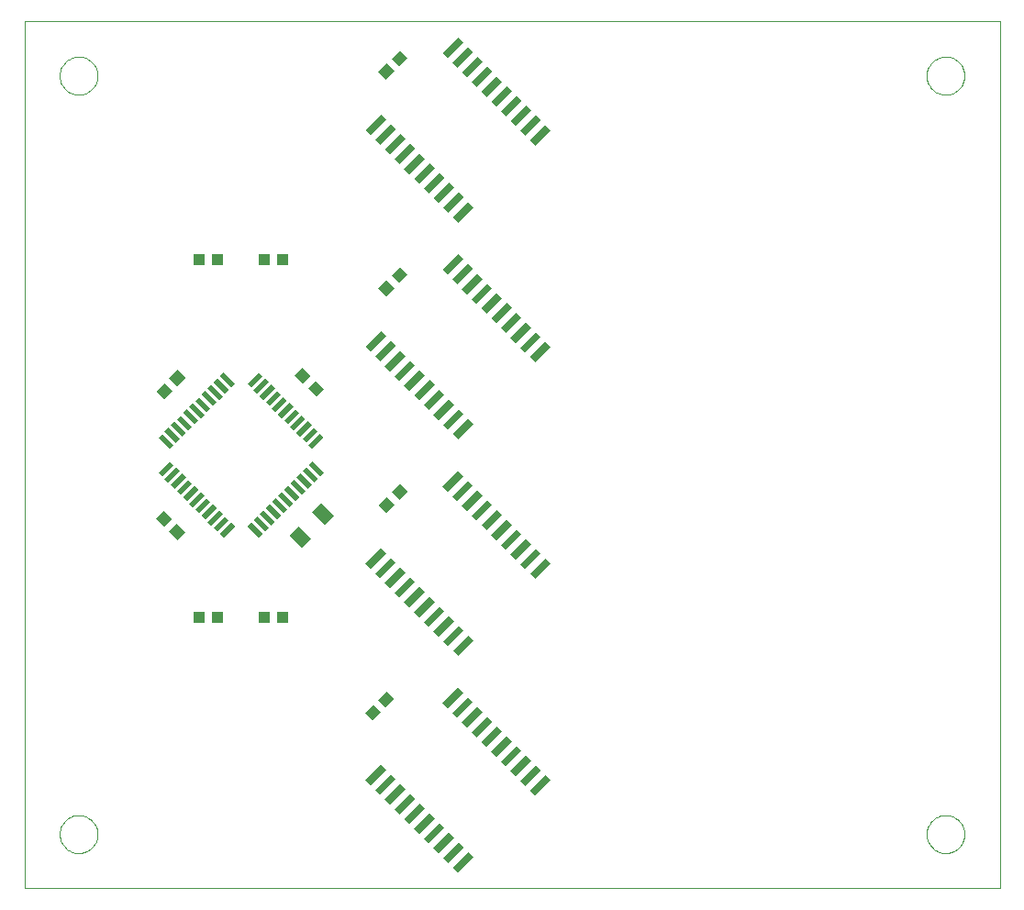
<source format=gtp>
G75*
G70*
%OFA0B0*%
%FSLAX24Y24*%
%IPPOS*%
%LPD*%
%AMOC8*
5,1,8,0,0,1.08239X$1,22.5*
%
%ADD10C,0.0000*%
%ADD11R,0.0394X0.0433*%
%ADD12R,0.0433X0.0394*%
%ADD13R,0.0472X0.0630*%
%ADD14R,0.0260X0.0800*%
%ADD15R,0.0591X0.0197*%
%ADD16R,0.0197X0.0591*%
D10*
X002542Y004117D02*
X002542Y035613D01*
X037975Y035613D01*
X037975Y004117D01*
X002542Y004117D01*
X003822Y006086D02*
X003824Y006138D01*
X003830Y006190D01*
X003840Y006241D01*
X003853Y006291D01*
X003871Y006341D01*
X003892Y006388D01*
X003916Y006434D01*
X003945Y006478D01*
X003976Y006520D01*
X004010Y006559D01*
X004047Y006596D01*
X004087Y006629D01*
X004130Y006660D01*
X004174Y006687D01*
X004220Y006711D01*
X004269Y006731D01*
X004318Y006747D01*
X004369Y006760D01*
X004420Y006769D01*
X004472Y006774D01*
X004524Y006775D01*
X004576Y006772D01*
X004628Y006765D01*
X004679Y006754D01*
X004729Y006740D01*
X004778Y006721D01*
X004825Y006699D01*
X004870Y006674D01*
X004914Y006645D01*
X004955Y006613D01*
X004994Y006578D01*
X005029Y006540D01*
X005062Y006499D01*
X005092Y006457D01*
X005118Y006412D01*
X005141Y006365D01*
X005160Y006316D01*
X005176Y006266D01*
X005188Y006216D01*
X005196Y006164D01*
X005200Y006112D01*
X005200Y006060D01*
X005196Y006008D01*
X005188Y005956D01*
X005176Y005906D01*
X005160Y005856D01*
X005141Y005807D01*
X005118Y005760D01*
X005092Y005715D01*
X005062Y005673D01*
X005029Y005632D01*
X004994Y005594D01*
X004955Y005559D01*
X004914Y005527D01*
X004870Y005498D01*
X004825Y005473D01*
X004778Y005451D01*
X004729Y005432D01*
X004679Y005418D01*
X004628Y005407D01*
X004576Y005400D01*
X004524Y005397D01*
X004472Y005398D01*
X004420Y005403D01*
X004369Y005412D01*
X004318Y005425D01*
X004269Y005441D01*
X004220Y005461D01*
X004174Y005485D01*
X004130Y005512D01*
X004087Y005543D01*
X004047Y005576D01*
X004010Y005613D01*
X003976Y005652D01*
X003945Y005694D01*
X003916Y005738D01*
X003892Y005784D01*
X003871Y005831D01*
X003853Y005881D01*
X003840Y005931D01*
X003830Y005982D01*
X003824Y006034D01*
X003822Y006086D01*
X003822Y033645D02*
X003824Y033697D01*
X003830Y033749D01*
X003840Y033800D01*
X003853Y033850D01*
X003871Y033900D01*
X003892Y033947D01*
X003916Y033993D01*
X003945Y034037D01*
X003976Y034079D01*
X004010Y034118D01*
X004047Y034155D01*
X004087Y034188D01*
X004130Y034219D01*
X004174Y034246D01*
X004220Y034270D01*
X004269Y034290D01*
X004318Y034306D01*
X004369Y034319D01*
X004420Y034328D01*
X004472Y034333D01*
X004524Y034334D01*
X004576Y034331D01*
X004628Y034324D01*
X004679Y034313D01*
X004729Y034299D01*
X004778Y034280D01*
X004825Y034258D01*
X004870Y034233D01*
X004914Y034204D01*
X004955Y034172D01*
X004994Y034137D01*
X005029Y034099D01*
X005062Y034058D01*
X005092Y034016D01*
X005118Y033971D01*
X005141Y033924D01*
X005160Y033875D01*
X005176Y033825D01*
X005188Y033775D01*
X005196Y033723D01*
X005200Y033671D01*
X005200Y033619D01*
X005196Y033567D01*
X005188Y033515D01*
X005176Y033465D01*
X005160Y033415D01*
X005141Y033366D01*
X005118Y033319D01*
X005092Y033274D01*
X005062Y033232D01*
X005029Y033191D01*
X004994Y033153D01*
X004955Y033118D01*
X004914Y033086D01*
X004870Y033057D01*
X004825Y033032D01*
X004778Y033010D01*
X004729Y032991D01*
X004679Y032977D01*
X004628Y032966D01*
X004576Y032959D01*
X004524Y032956D01*
X004472Y032957D01*
X004420Y032962D01*
X004369Y032971D01*
X004318Y032984D01*
X004269Y033000D01*
X004220Y033020D01*
X004174Y033044D01*
X004130Y033071D01*
X004087Y033102D01*
X004047Y033135D01*
X004010Y033172D01*
X003976Y033211D01*
X003945Y033253D01*
X003916Y033297D01*
X003892Y033343D01*
X003871Y033390D01*
X003853Y033440D01*
X003840Y033490D01*
X003830Y033541D01*
X003824Y033593D01*
X003822Y033645D01*
X035318Y033645D02*
X035320Y033697D01*
X035326Y033749D01*
X035336Y033800D01*
X035349Y033850D01*
X035367Y033900D01*
X035388Y033947D01*
X035412Y033993D01*
X035441Y034037D01*
X035472Y034079D01*
X035506Y034118D01*
X035543Y034155D01*
X035583Y034188D01*
X035626Y034219D01*
X035670Y034246D01*
X035716Y034270D01*
X035765Y034290D01*
X035814Y034306D01*
X035865Y034319D01*
X035916Y034328D01*
X035968Y034333D01*
X036020Y034334D01*
X036072Y034331D01*
X036124Y034324D01*
X036175Y034313D01*
X036225Y034299D01*
X036274Y034280D01*
X036321Y034258D01*
X036366Y034233D01*
X036410Y034204D01*
X036451Y034172D01*
X036490Y034137D01*
X036525Y034099D01*
X036558Y034058D01*
X036588Y034016D01*
X036614Y033971D01*
X036637Y033924D01*
X036656Y033875D01*
X036672Y033825D01*
X036684Y033775D01*
X036692Y033723D01*
X036696Y033671D01*
X036696Y033619D01*
X036692Y033567D01*
X036684Y033515D01*
X036672Y033465D01*
X036656Y033415D01*
X036637Y033366D01*
X036614Y033319D01*
X036588Y033274D01*
X036558Y033232D01*
X036525Y033191D01*
X036490Y033153D01*
X036451Y033118D01*
X036410Y033086D01*
X036366Y033057D01*
X036321Y033032D01*
X036274Y033010D01*
X036225Y032991D01*
X036175Y032977D01*
X036124Y032966D01*
X036072Y032959D01*
X036020Y032956D01*
X035968Y032957D01*
X035916Y032962D01*
X035865Y032971D01*
X035814Y032984D01*
X035765Y033000D01*
X035716Y033020D01*
X035670Y033044D01*
X035626Y033071D01*
X035583Y033102D01*
X035543Y033135D01*
X035506Y033172D01*
X035472Y033211D01*
X035441Y033253D01*
X035412Y033297D01*
X035388Y033343D01*
X035367Y033390D01*
X035349Y033440D01*
X035336Y033490D01*
X035326Y033541D01*
X035320Y033593D01*
X035318Y033645D01*
X035318Y006086D02*
X035320Y006138D01*
X035326Y006190D01*
X035336Y006241D01*
X035349Y006291D01*
X035367Y006341D01*
X035388Y006388D01*
X035412Y006434D01*
X035441Y006478D01*
X035472Y006520D01*
X035506Y006559D01*
X035543Y006596D01*
X035583Y006629D01*
X035626Y006660D01*
X035670Y006687D01*
X035716Y006711D01*
X035765Y006731D01*
X035814Y006747D01*
X035865Y006760D01*
X035916Y006769D01*
X035968Y006774D01*
X036020Y006775D01*
X036072Y006772D01*
X036124Y006765D01*
X036175Y006754D01*
X036225Y006740D01*
X036274Y006721D01*
X036321Y006699D01*
X036366Y006674D01*
X036410Y006645D01*
X036451Y006613D01*
X036490Y006578D01*
X036525Y006540D01*
X036558Y006499D01*
X036588Y006457D01*
X036614Y006412D01*
X036637Y006365D01*
X036656Y006316D01*
X036672Y006266D01*
X036684Y006216D01*
X036692Y006164D01*
X036696Y006112D01*
X036696Y006060D01*
X036692Y006008D01*
X036684Y005956D01*
X036672Y005906D01*
X036656Y005856D01*
X036637Y005807D01*
X036614Y005760D01*
X036588Y005715D01*
X036558Y005673D01*
X036525Y005632D01*
X036490Y005594D01*
X036451Y005559D01*
X036410Y005527D01*
X036366Y005498D01*
X036321Y005473D01*
X036274Y005451D01*
X036225Y005432D01*
X036175Y005418D01*
X036124Y005407D01*
X036072Y005400D01*
X036020Y005397D01*
X035968Y005398D01*
X035916Y005403D01*
X035865Y005412D01*
X035814Y005425D01*
X035765Y005441D01*
X035716Y005461D01*
X035670Y005485D01*
X035626Y005512D01*
X035583Y005543D01*
X035543Y005576D01*
X035506Y005613D01*
X035472Y005652D01*
X035441Y005694D01*
X035412Y005738D01*
X035388Y005784D01*
X035367Y005831D01*
X035349Y005881D01*
X035336Y005931D01*
X035326Y005982D01*
X035320Y006034D01*
X035318Y006086D01*
D11*
X011932Y013960D03*
X011263Y013960D03*
X009570Y013960D03*
X008900Y013960D03*
D12*
G36*
X008107Y016777D02*
X007802Y017082D01*
X008081Y017361D01*
X008386Y017056D01*
X008107Y016777D01*
G37*
G36*
X007634Y017251D02*
X007329Y017556D01*
X007608Y017835D01*
X007913Y017530D01*
X007634Y017251D01*
G37*
G36*
X007329Y022174D02*
X007634Y022479D01*
X007913Y022200D01*
X007608Y021895D01*
X007329Y022174D01*
G37*
G36*
X007802Y022648D02*
X008107Y022953D01*
X008386Y022674D01*
X008081Y022369D01*
X007802Y022648D01*
G37*
G36*
X012646Y023033D02*
X012951Y022728D01*
X012672Y022449D01*
X012367Y022754D01*
X012646Y023033D01*
G37*
G36*
X013119Y022559D02*
X013424Y022254D01*
X013145Y021975D01*
X012840Y022280D01*
X013119Y022559D01*
G37*
G36*
X015983Y025941D02*
X015678Y025636D01*
X015399Y025915D01*
X015704Y026220D01*
X015983Y025941D01*
G37*
G36*
X016457Y026414D02*
X016152Y026109D01*
X015873Y026388D01*
X016178Y026693D01*
X016457Y026414D01*
G37*
X011932Y026952D03*
X011263Y026952D03*
X009570Y026952D03*
X008900Y026952D03*
G36*
X015983Y033815D02*
X015678Y033510D01*
X015399Y033789D01*
X015704Y034094D01*
X015983Y033815D01*
G37*
G36*
X016457Y034288D02*
X016152Y033983D01*
X015873Y034262D01*
X016178Y034567D01*
X016457Y034288D01*
G37*
G36*
X016457Y018540D02*
X016152Y018235D01*
X015873Y018514D01*
X016178Y018819D01*
X016457Y018540D01*
G37*
G36*
X015983Y018067D02*
X015678Y017762D01*
X015399Y018041D01*
X015704Y018346D01*
X015983Y018067D01*
G37*
G36*
X015977Y010986D02*
X015672Y010681D01*
X015393Y010960D01*
X015698Y011265D01*
X015977Y010986D01*
G37*
G36*
X015503Y010513D02*
X015198Y010208D01*
X014919Y010487D01*
X015224Y010792D01*
X015503Y010513D01*
G37*
D13*
G36*
X012947Y016833D02*
X012613Y016499D01*
X012169Y016943D01*
X012503Y017277D01*
X012947Y016833D01*
G37*
G36*
X013782Y017669D02*
X013448Y017335D01*
X013004Y017779D01*
X013338Y018113D01*
X013782Y017669D01*
G37*
D14*
G36*
X015109Y015745D02*
X014925Y015929D01*
X015489Y016493D01*
X015673Y016309D01*
X015109Y015745D01*
G37*
G36*
X015463Y015391D02*
X015279Y015575D01*
X015843Y016139D01*
X016027Y015955D01*
X015463Y015391D01*
G37*
G36*
X015816Y015038D02*
X015632Y015222D01*
X016196Y015786D01*
X016380Y015602D01*
X015816Y015038D01*
G37*
G36*
X016170Y014684D02*
X015986Y014868D01*
X016550Y015432D01*
X016734Y015248D01*
X016170Y014684D01*
G37*
G36*
X016523Y014331D02*
X016339Y014515D01*
X016903Y015079D01*
X017087Y014895D01*
X016523Y014331D01*
G37*
G36*
X016877Y013977D02*
X016693Y014161D01*
X017257Y014725D01*
X017441Y014541D01*
X016877Y013977D01*
G37*
G36*
X017230Y013624D02*
X017046Y013808D01*
X017610Y014372D01*
X017794Y014188D01*
X017230Y013624D01*
G37*
G36*
X017584Y013270D02*
X017400Y013454D01*
X017964Y014018D01*
X018148Y013834D01*
X017584Y013270D01*
G37*
G36*
X017938Y012917D02*
X017754Y013101D01*
X018318Y013665D01*
X018502Y013481D01*
X017938Y012917D01*
G37*
G36*
X018291Y012563D02*
X018107Y012747D01*
X018671Y013311D01*
X018855Y013127D01*
X018291Y012563D01*
G37*
G36*
X017909Y010671D02*
X017725Y010855D01*
X018289Y011419D01*
X018473Y011235D01*
X017909Y010671D01*
G37*
G36*
X018263Y010318D02*
X018079Y010502D01*
X018643Y011066D01*
X018827Y010882D01*
X018263Y010318D01*
G37*
G36*
X018616Y009964D02*
X018432Y010148D01*
X018996Y010712D01*
X019180Y010528D01*
X018616Y009964D01*
G37*
G36*
X018970Y009610D02*
X018786Y009794D01*
X019350Y010358D01*
X019534Y010174D01*
X018970Y009610D01*
G37*
G36*
X019324Y009257D02*
X019140Y009441D01*
X019704Y010005D01*
X019888Y009821D01*
X019324Y009257D01*
G37*
G36*
X019677Y008903D02*
X019493Y009087D01*
X020057Y009651D01*
X020241Y009467D01*
X019677Y008903D01*
G37*
G36*
X020031Y008550D02*
X019847Y008734D01*
X020411Y009298D01*
X020595Y009114D01*
X020031Y008550D01*
G37*
G36*
X020384Y008196D02*
X020200Y008380D01*
X020764Y008944D01*
X020948Y008760D01*
X020384Y008196D01*
G37*
G36*
X020738Y007843D02*
X020554Y008027D01*
X021118Y008591D01*
X021302Y008407D01*
X020738Y007843D01*
G37*
G36*
X021091Y007489D02*
X020907Y007673D01*
X021471Y008237D01*
X021655Y008053D01*
X021091Y007489D01*
G37*
G36*
X018291Y004689D02*
X018107Y004873D01*
X018671Y005437D01*
X018855Y005253D01*
X018291Y004689D01*
G37*
G36*
X017938Y005043D02*
X017754Y005227D01*
X018318Y005791D01*
X018502Y005607D01*
X017938Y005043D01*
G37*
G36*
X017584Y005396D02*
X017400Y005580D01*
X017964Y006144D01*
X018148Y005960D01*
X017584Y005396D01*
G37*
G36*
X017230Y005750D02*
X017046Y005934D01*
X017610Y006498D01*
X017794Y006314D01*
X017230Y005750D01*
G37*
G36*
X016877Y006103D02*
X016693Y006287D01*
X017257Y006851D01*
X017441Y006667D01*
X016877Y006103D01*
G37*
G36*
X016523Y006457D02*
X016339Y006641D01*
X016903Y007205D01*
X017087Y007021D01*
X016523Y006457D01*
G37*
G36*
X016170Y006810D02*
X015986Y006994D01*
X016550Y007558D01*
X016734Y007374D01*
X016170Y006810D01*
G37*
G36*
X015816Y007164D02*
X015632Y007348D01*
X016196Y007912D01*
X016380Y007728D01*
X015816Y007164D01*
G37*
G36*
X015463Y007517D02*
X015279Y007701D01*
X015843Y008265D01*
X016027Y008081D01*
X015463Y007517D01*
G37*
G36*
X015109Y007871D02*
X014925Y008055D01*
X015489Y008619D01*
X015673Y008435D01*
X015109Y007871D01*
G37*
G36*
X021091Y015363D02*
X020907Y015547D01*
X021471Y016111D01*
X021655Y015927D01*
X021091Y015363D01*
G37*
G36*
X020738Y015717D02*
X020554Y015901D01*
X021118Y016465D01*
X021302Y016281D01*
X020738Y015717D01*
G37*
G36*
X020384Y016070D02*
X020200Y016254D01*
X020764Y016818D01*
X020948Y016634D01*
X020384Y016070D01*
G37*
G36*
X020031Y016424D02*
X019847Y016608D01*
X020411Y017172D01*
X020595Y016988D01*
X020031Y016424D01*
G37*
G36*
X019677Y016777D02*
X019493Y016961D01*
X020057Y017525D01*
X020241Y017341D01*
X019677Y016777D01*
G37*
G36*
X019324Y017131D02*
X019140Y017315D01*
X019704Y017879D01*
X019888Y017695D01*
X019324Y017131D01*
G37*
G36*
X018970Y017484D02*
X018786Y017668D01*
X019350Y018232D01*
X019534Y018048D01*
X018970Y017484D01*
G37*
G36*
X018616Y017838D02*
X018432Y018022D01*
X018996Y018586D01*
X019180Y018402D01*
X018616Y017838D01*
G37*
G36*
X018263Y018192D02*
X018079Y018376D01*
X018643Y018940D01*
X018827Y018756D01*
X018263Y018192D01*
G37*
G36*
X017909Y018545D02*
X017725Y018729D01*
X018289Y019293D01*
X018473Y019109D01*
X017909Y018545D01*
G37*
G36*
X018291Y020437D02*
X018107Y020621D01*
X018671Y021185D01*
X018855Y021001D01*
X018291Y020437D01*
G37*
G36*
X017938Y020791D02*
X017754Y020975D01*
X018318Y021539D01*
X018502Y021355D01*
X017938Y020791D01*
G37*
G36*
X017584Y021144D02*
X017400Y021328D01*
X017964Y021892D01*
X018148Y021708D01*
X017584Y021144D01*
G37*
G36*
X017230Y021498D02*
X017046Y021682D01*
X017610Y022246D01*
X017794Y022062D01*
X017230Y021498D01*
G37*
G36*
X016877Y021851D02*
X016693Y022035D01*
X017257Y022599D01*
X017441Y022415D01*
X016877Y021851D01*
G37*
G36*
X016523Y022205D02*
X016339Y022389D01*
X016903Y022953D01*
X017087Y022769D01*
X016523Y022205D01*
G37*
G36*
X016170Y022558D02*
X015986Y022742D01*
X016550Y023306D01*
X016734Y023122D01*
X016170Y022558D01*
G37*
G36*
X015816Y022912D02*
X015632Y023096D01*
X016196Y023660D01*
X016380Y023476D01*
X015816Y022912D01*
G37*
G36*
X015463Y023265D02*
X015279Y023449D01*
X015843Y024013D01*
X016027Y023829D01*
X015463Y023265D01*
G37*
G36*
X015109Y023619D02*
X014925Y023803D01*
X015489Y024367D01*
X015673Y024183D01*
X015109Y023619D01*
G37*
G36*
X017909Y026419D02*
X017725Y026603D01*
X018289Y027167D01*
X018473Y026983D01*
X017909Y026419D01*
G37*
G36*
X018263Y026066D02*
X018079Y026250D01*
X018643Y026814D01*
X018827Y026630D01*
X018263Y026066D01*
G37*
G36*
X018616Y025712D02*
X018432Y025896D01*
X018996Y026460D01*
X019180Y026276D01*
X018616Y025712D01*
G37*
G36*
X018970Y025358D02*
X018786Y025542D01*
X019350Y026106D01*
X019534Y025922D01*
X018970Y025358D01*
G37*
G36*
X019324Y025005D02*
X019140Y025189D01*
X019704Y025753D01*
X019888Y025569D01*
X019324Y025005D01*
G37*
G36*
X019677Y024651D02*
X019493Y024835D01*
X020057Y025399D01*
X020241Y025215D01*
X019677Y024651D01*
G37*
G36*
X020031Y024298D02*
X019847Y024482D01*
X020411Y025046D01*
X020595Y024862D01*
X020031Y024298D01*
G37*
G36*
X020384Y023944D02*
X020200Y024128D01*
X020764Y024692D01*
X020948Y024508D01*
X020384Y023944D01*
G37*
G36*
X020738Y023591D02*
X020554Y023775D01*
X021118Y024339D01*
X021302Y024155D01*
X020738Y023591D01*
G37*
G36*
X021091Y023237D02*
X020907Y023421D01*
X021471Y023985D01*
X021655Y023801D01*
X021091Y023237D01*
G37*
G36*
X018291Y028311D02*
X018107Y028495D01*
X018671Y029059D01*
X018855Y028875D01*
X018291Y028311D01*
G37*
G36*
X017938Y028665D02*
X017754Y028849D01*
X018318Y029413D01*
X018502Y029229D01*
X017938Y028665D01*
G37*
G36*
X017584Y029018D02*
X017400Y029202D01*
X017964Y029766D01*
X018148Y029582D01*
X017584Y029018D01*
G37*
G36*
X017230Y029372D02*
X017046Y029556D01*
X017610Y030120D01*
X017794Y029936D01*
X017230Y029372D01*
G37*
G36*
X016877Y029725D02*
X016693Y029909D01*
X017257Y030473D01*
X017441Y030289D01*
X016877Y029725D01*
G37*
G36*
X016523Y030079D02*
X016339Y030263D01*
X016903Y030827D01*
X017087Y030643D01*
X016523Y030079D01*
G37*
G36*
X016170Y030432D02*
X015986Y030616D01*
X016550Y031180D01*
X016734Y030996D01*
X016170Y030432D01*
G37*
G36*
X015816Y030786D02*
X015632Y030970D01*
X016196Y031534D01*
X016380Y031350D01*
X015816Y030786D01*
G37*
G36*
X015463Y031139D02*
X015279Y031323D01*
X015843Y031887D01*
X016027Y031703D01*
X015463Y031139D01*
G37*
G36*
X015109Y031493D02*
X014925Y031677D01*
X015489Y032241D01*
X015673Y032057D01*
X015109Y031493D01*
G37*
G36*
X017909Y034293D02*
X017725Y034477D01*
X018289Y035041D01*
X018473Y034857D01*
X017909Y034293D01*
G37*
G36*
X018263Y033940D02*
X018079Y034124D01*
X018643Y034688D01*
X018827Y034504D01*
X018263Y033940D01*
G37*
G36*
X018616Y033586D02*
X018432Y033770D01*
X018996Y034334D01*
X019180Y034150D01*
X018616Y033586D01*
G37*
G36*
X018970Y033232D02*
X018786Y033416D01*
X019350Y033980D01*
X019534Y033796D01*
X018970Y033232D01*
G37*
G36*
X019324Y032879D02*
X019140Y033063D01*
X019704Y033627D01*
X019888Y033443D01*
X019324Y032879D01*
G37*
G36*
X019677Y032525D02*
X019493Y032709D01*
X020057Y033273D01*
X020241Y033089D01*
X019677Y032525D01*
G37*
G36*
X020031Y032172D02*
X019847Y032356D01*
X020411Y032920D01*
X020595Y032736D01*
X020031Y032172D01*
G37*
G36*
X020384Y031818D02*
X020200Y032002D01*
X020764Y032566D01*
X020948Y032382D01*
X020384Y031818D01*
G37*
G36*
X020738Y031465D02*
X020554Y031649D01*
X021118Y032213D01*
X021302Y032029D01*
X020738Y031465D01*
G37*
G36*
X021091Y031111D02*
X020907Y031295D01*
X021471Y031859D01*
X021655Y031675D01*
X021091Y031111D01*
G37*
D15*
G36*
X010054Y022316D02*
X009638Y022732D01*
X009776Y022870D01*
X010192Y022454D01*
X010054Y022316D01*
G37*
G36*
X009831Y022094D02*
X009415Y022510D01*
X009553Y022648D01*
X009969Y022232D01*
X009831Y022094D01*
G37*
G36*
X009609Y021871D02*
X009193Y022287D01*
X009331Y022425D01*
X009747Y022009D01*
X009609Y021871D01*
G37*
G36*
X009386Y021648D02*
X008970Y022064D01*
X009108Y022202D01*
X009524Y021786D01*
X009386Y021648D01*
G37*
G36*
X009163Y021425D02*
X008747Y021841D01*
X008885Y021979D01*
X009301Y021563D01*
X009163Y021425D01*
G37*
G36*
X008941Y021203D02*
X008525Y021619D01*
X008663Y021757D01*
X009079Y021341D01*
X008941Y021203D01*
G37*
G36*
X008718Y020980D02*
X008302Y021396D01*
X008440Y021534D01*
X008856Y021118D01*
X008718Y020980D01*
G37*
G36*
X008495Y020757D02*
X008079Y021173D01*
X008217Y021311D01*
X008633Y020895D01*
X008495Y020757D01*
G37*
G36*
X008272Y020535D02*
X007856Y020951D01*
X007994Y021089D01*
X008410Y020673D01*
X008272Y020535D01*
G37*
G36*
X008050Y020312D02*
X007634Y020728D01*
X007772Y020866D01*
X008188Y020450D01*
X008050Y020312D01*
G37*
G36*
X007827Y020089D02*
X007411Y020505D01*
X007549Y020643D01*
X007965Y020227D01*
X007827Y020089D01*
G37*
G36*
X011056Y016860D02*
X010640Y017276D01*
X010778Y017414D01*
X011194Y016998D01*
X011056Y016860D01*
G37*
G36*
X011279Y017083D02*
X010863Y017499D01*
X011001Y017637D01*
X011417Y017221D01*
X011279Y017083D01*
G37*
G36*
X011502Y017305D02*
X011086Y017721D01*
X011224Y017859D01*
X011640Y017443D01*
X011502Y017305D01*
G37*
G36*
X011724Y017528D02*
X011308Y017944D01*
X011446Y018082D01*
X011862Y017666D01*
X011724Y017528D01*
G37*
G36*
X011947Y017751D02*
X011531Y018167D01*
X011669Y018305D01*
X012085Y017889D01*
X011947Y017751D01*
G37*
G36*
X012170Y017973D02*
X011754Y018389D01*
X011892Y018527D01*
X012308Y018111D01*
X012170Y017973D01*
G37*
G36*
X012393Y018196D02*
X011977Y018612D01*
X012115Y018750D01*
X012531Y018334D01*
X012393Y018196D01*
G37*
G36*
X012615Y018419D02*
X012199Y018835D01*
X012337Y018973D01*
X012753Y018557D01*
X012615Y018419D01*
G37*
G36*
X012838Y018642D02*
X012422Y019058D01*
X012560Y019196D01*
X012976Y018780D01*
X012838Y018642D01*
G37*
G36*
X013061Y018864D02*
X012645Y019280D01*
X012783Y019418D01*
X013199Y019002D01*
X013061Y018864D01*
G37*
G36*
X013283Y019087D02*
X012867Y019503D01*
X013005Y019641D01*
X013421Y019225D01*
X013283Y019087D01*
G37*
D16*
G36*
X013005Y020089D02*
X012867Y020227D01*
X013283Y020643D01*
X013421Y020505D01*
X013005Y020089D01*
G37*
G36*
X012783Y020312D02*
X012645Y020450D01*
X013061Y020866D01*
X013199Y020728D01*
X012783Y020312D01*
G37*
G36*
X012560Y020535D02*
X012422Y020673D01*
X012838Y021089D01*
X012976Y020951D01*
X012560Y020535D01*
G37*
G36*
X012337Y020757D02*
X012199Y020895D01*
X012615Y021311D01*
X012753Y021173D01*
X012337Y020757D01*
G37*
G36*
X012115Y020980D02*
X011977Y021118D01*
X012393Y021534D01*
X012531Y021396D01*
X012115Y020980D01*
G37*
G36*
X011892Y021203D02*
X011754Y021341D01*
X012170Y021757D01*
X012308Y021619D01*
X011892Y021203D01*
G37*
G36*
X011669Y021425D02*
X011531Y021563D01*
X011947Y021979D01*
X012085Y021841D01*
X011669Y021425D01*
G37*
G36*
X011446Y021648D02*
X011308Y021786D01*
X011724Y022202D01*
X011862Y022064D01*
X011446Y021648D01*
G37*
G36*
X011224Y021871D02*
X011086Y022009D01*
X011502Y022425D01*
X011640Y022287D01*
X011224Y021871D01*
G37*
G36*
X011001Y022094D02*
X010863Y022232D01*
X011279Y022648D01*
X011417Y022510D01*
X011001Y022094D01*
G37*
G36*
X010778Y022316D02*
X010640Y022454D01*
X011056Y022870D01*
X011194Y022732D01*
X010778Y022316D01*
G37*
G36*
X007549Y019087D02*
X007411Y019225D01*
X007827Y019641D01*
X007965Y019503D01*
X007549Y019087D01*
G37*
G36*
X007772Y018864D02*
X007634Y019002D01*
X008050Y019418D01*
X008188Y019280D01*
X007772Y018864D01*
G37*
G36*
X007994Y018642D02*
X007856Y018780D01*
X008272Y019196D01*
X008410Y019058D01*
X007994Y018642D01*
G37*
G36*
X008217Y018419D02*
X008079Y018557D01*
X008495Y018973D01*
X008633Y018835D01*
X008217Y018419D01*
G37*
G36*
X008440Y018196D02*
X008302Y018334D01*
X008718Y018750D01*
X008856Y018612D01*
X008440Y018196D01*
G37*
G36*
X008663Y017973D02*
X008525Y018111D01*
X008941Y018527D01*
X009079Y018389D01*
X008663Y017973D01*
G37*
G36*
X008885Y017751D02*
X008747Y017889D01*
X009163Y018305D01*
X009301Y018167D01*
X008885Y017751D01*
G37*
G36*
X009108Y017528D02*
X008970Y017666D01*
X009386Y018082D01*
X009524Y017944D01*
X009108Y017528D01*
G37*
G36*
X009331Y017305D02*
X009193Y017443D01*
X009609Y017859D01*
X009747Y017721D01*
X009331Y017305D01*
G37*
G36*
X009553Y017083D02*
X009415Y017221D01*
X009831Y017637D01*
X009969Y017499D01*
X009553Y017083D01*
G37*
G36*
X009776Y016860D02*
X009638Y016998D01*
X010054Y017414D01*
X010192Y017276D01*
X009776Y016860D01*
G37*
M02*

</source>
